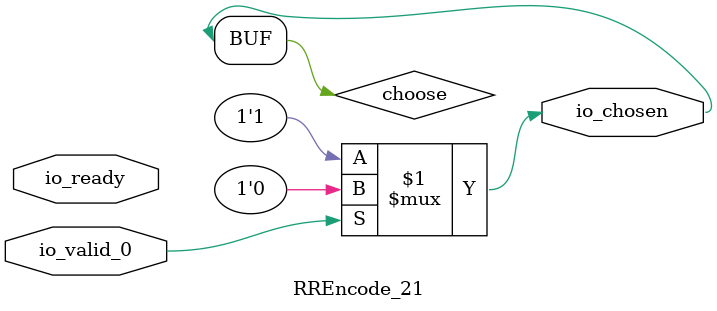
<source format=v>
module RREncode_21(
    input  io_valid_0,
    output io_chosen,
    input  io_ready);
  wire choose;
  assign io_chosen = choose;
  assign choose = io_valid_0 ? 1'h0 : 1'h1;
endmodule
</source>
